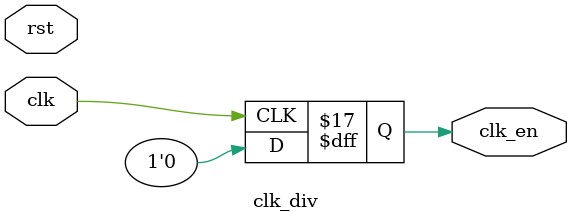
<source format=sv>
module clk_div (input logic clk, input logic rst, output logic clk_en);

   logic [27:0] clk_count;

   always_ff @(posedge clk) begin
      clk_en <= clk_en;
      if (rst)begin
         clk_count <= 28'h0;
         clk_en <= 1'b0;
      end
      else if (clk_count == 28'h3B9ACA0) begin
         clk_count <= 28'b0;
         clk_en <= ~clk_en;
      end
      else
         clkPcount <= clk_count + 1;
         clk_en <= 1'b0;
      end
   
endmodule // clk_div

</source>
